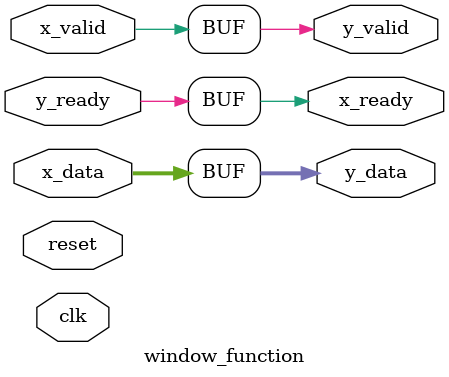
<source format=sv>
`timescale 1ns/1ns
module window_function #(parameter W = 16, NSamples = 256) (
    input clk,
    input reset,

    input  logic x_valid,
    output logic x_ready,
    input  logic [W-1:0] x_data,

    output logic y_valid,
    input  logic y_ready,
    output logic [W-1:0] y_data
);

    // WINDOW FUNCTION SELECTION
    // Currently using rectangle (passthrough) window for simplicity.
    //
    // WHY USE WINDOWING?
    // The FFT assumes the input is periodic. When we take a finite chunk of a continuous
    // signal, we create artificial discontinuities at the boundaries. These cause spectral
    // leakage - energy spreads to adjacent frequency bins, making peaks harder to detect.
    //
    // RECTANGLE WINDOW (current implementation):
    // - Simply passes data through unchanged
    // - Maximum frequency resolution but high spectral leakage
    // - Good when you need precise frequency measurement of stable tones
    //
    // TRIANGLE WINDOW (possible change):
    // - Tapers signal to zero at boundaries
    // - Reduces spectral leakage at cost of frequency resolution
    // - Better for detecting peaks in noisy signals or multiple tones

    // RECTANGLE WINDOW IMPLEMENTATION (passthrough)
    // For a rectangle window, we simply pass all signals through unchanged
    assign x_ready = y_ready;
    assign y_valid = x_valid;
    assign y_data = x_data;

    // TO IMPLEMENT TRIANGLE WINDOW:
    // 1. Add a sample counter that tracks position within NSamples window
    // 2. Calculate window coefficient based on counter position:
    //    - First half (0 to NSamples/2): ramp up from 0 to 1
    //    - Second half (NSamples/2 to NSamples): ramp down from 1 to 0
    // 3. Multiply input data by window coefficient using fixed-point arithmetic
    // 4. Handle the valid/ready signals appropriately for your windowing needs
    //
    // Note: The counter should wrap around after NSamples to create periodic windowing

endmodule
</source>
